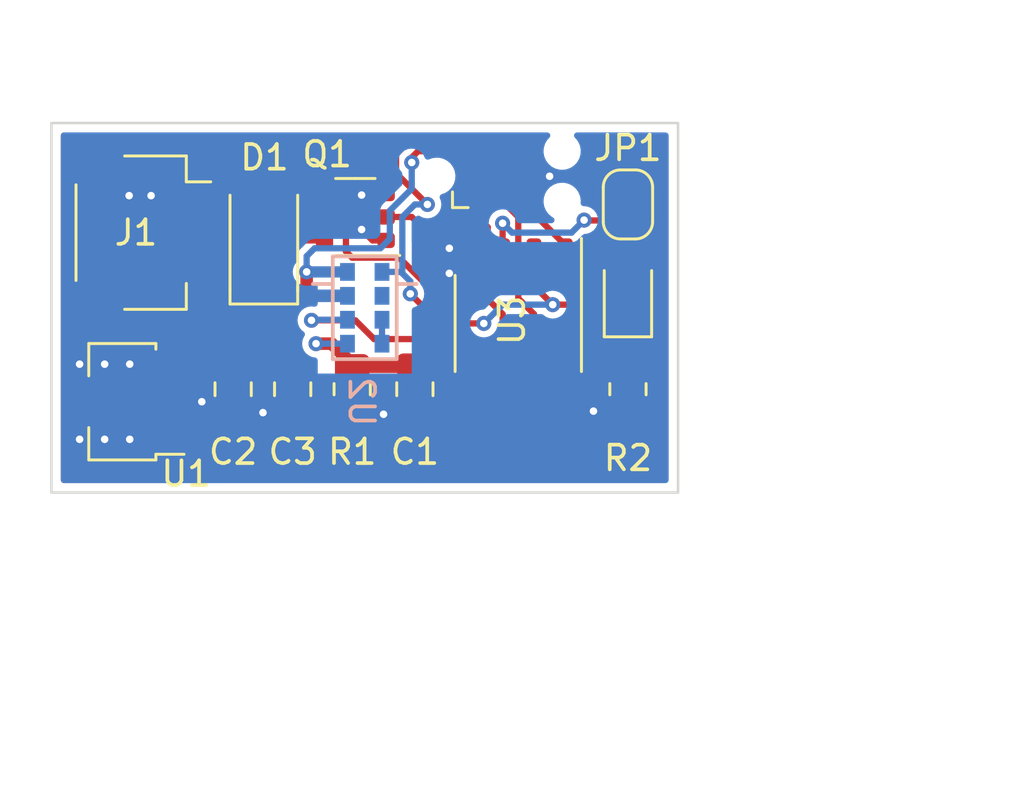
<source format=kicad_pcb>
(kicad_pcb (version 20211014) (generator pcbnew)
  (layers (0 "F.Cu" signal) (31 "B.Cu" signal) (34 "B.Paste" user) (35 "F.Paste" user) (36 "B.SilkS" user "B.Silkscreen") (37 "F.SilkS" user "F.Silkscreen") (38 "B.Mask" user) (39 "F.Mask" user) (44 "Edge.Cuts" user))
  (net 0 "")
  (net 1 "Net-(C1-Pad1)")
  (net 2 "GND")
  (net 3 "Net-(C2-Pad1)")
  (net 4 "Net-(D1-Pad2)")
  (net 5 "Net-(D2-Pad1)")
  (net 6 "Net-(D2-Pad2)")
  (net 7 "Net-(J1-Pad3)")
  (net 8 "Net-(J1-Pad4)")
  (net 9 "Net-(J2-Pad1)")
  (net 10 "Net-(J2-Pad2)")
  (net 11 "Net-(J2-Pad3)")
  (net 12 "Net-(J2-Pad4)")
  (net 13 "Net-(J2-Pad5)")
  (net 14 "Net-(JP1-Pad1)")
  (net 16 "Net-(U2-Pad5)")
  (footprint "LED_SMD:LED_0805_2012Metric" (layer "F.Cu") (at 48.768 183.769 90)
    (fp_text reference "D2" hide)
    (fp_text value "RED LED")
    (fp_line (start -1.685 0.96) (end 1 0.96) (layer "F.SilkS") (width 0.12))
    (fp_line (start -1.685 -0.96) (end -1.685 0.96) (layer "F.SilkS") (width 0.12))
    (fp_line (start 1 -0.96) (end -1.685 -0.96) (layer "F.SilkS") (width 0.12))
    (pad "1" smd roundrect (at -0.9375 0 90) (size 0.975 1.4) (layers "F.Cu" "F.Paste" "F.Mask") (net 5 "Net-(D2-Pad1)"))
    (pad "2" smd roundrect (at 0.9375 0 90) (size 0.975 1.4) (layers "F.Cu" "F.Paste" "F.Mask") (net 6 "Net-(D2-Pad2)"))
  )
  (footprint "Jumper:SolderJumper-2_P1.3mm_Open_RoundedPad1.0x1.5mm" (layer "F.Cu") (at 48.768 180.086 90)
    (fp_text reference "JP1" (at 2.286 0 180) (layer "F.SilkS"))
    (fp_text value "SolderJumper_2_Open")
    (fp_line (start 1.4 -0.3) (end 1.4 0.3) (layer "F.SilkS") (width 0.12))
    (fp_line (start -0.7 -1) (end 0.7 -1) (layer "F.SilkS") (width 0.12))
    (fp_line (start 0.7 1) (end -0.7 1) (layer "F.SilkS") (width 0.12))
    (fp_line (start -1.4 0.3) (end -1.4 -0.3) (layer "F.SilkS") (width 0.12))
    (fp_arc (start -1.4 -0.3) (mid -1.194975 -0.794975) (end -0.7 -1) (layer "F.SilkS") (width 0.12))
    (fp_arc (start 1.4 0.3) (mid 1.194975 0.794975) (end 0.7 1) (layer "F.SilkS") (width 0.12))
    (fp_arc (start -0.7 1) (mid -1.194975 0.794975) (end -1.4 0.3) (layer "F.SilkS") (width 0.12))
    (fp_arc (start 0.7 -1) (mid 1.194975 -0.794975) (end 1.4 -0.3) (layer "F.SilkS") (width 0.12))
    (pad "1" smd custom (at -0.65 0 90) (size 1 0.5) (layers "F.Cu" "F.Mask") (net 14 "Net-(JP1-Pad1)") (options (clearance outline) (anchor rect)) (primitives (gr_circle (center 0 0.25) (end 0.5 0.25) (width 0) (fill yes)) (gr_circle (center 0 -0.25) (end 0.5 -0.25) (width 0) (fill yes)) (gr_poly (pts (xy 0.5 0.75) (xy 0 0.75) (xy 0 -0.75) (xy 0.5 -0.75)) (width 0) (fill yes))))
    (pad "2" smd custom (at 0.65 0 90) (size 1 0.5) (layers "F.Cu" "F.Mask") (net 2 "GND") (options (clearance outline) (anchor rect)) (primitives (gr_circle (center 0 0.25) (end 0.5 0.25) (width 0) (fill yes)) (gr_circle (center 0 -0.25) (end 0.5 -0.25) (width 0) (fill yes)) (gr_poly (pts (xy 0 0.75) (xy -0.5 0.75) (xy -0.5 -0.75) (xy 0 -0.75)) (width 0) (fill yes))))
  )
  (footprint "Connector:Tag-Connect_TC2030-IDC-NL_2x03_P1.27mm_Vertical" (layer "F.Cu") (at 43.561 178.943)
    (fp_text reference "J2" hide)
    (fp_text value "AVR-ISP")
    (fp_line (start -1.27 1.27) (end -1.905 1.27) (layer "F.SilkS") (width 0.12))
    (fp_line (start -1.905 1.27) (end -1.905 0.635) (layer "F.SilkS") (width 0.12))
    (pad "" np_thru_hole circle (at 2.54 1.016) (size 0.9906 0.9906) (drill 0.9906) (layers *.Cu *.Mask))
    (pad "" np_thru_hole circle (at -2.54 0) (size 0.9906 0.9906) (drill 0.9906) (layers *.Cu *.Mask))
    (pad "" np_thru_hole circle (at 2.54 -1.016) (size 0.9906 0.9906) (drill 0.9906) (layers *.Cu *.Mask))
    (pad "1" connect circle (at -1.27 0.635) (size 0.7874 0.7874) (layers "F.Cu" "F.Mask") (net 9 "Net-(J2-Pad1)"))
    (pad "2" connect circle (at -1.27 -0.635) (size 0.7874 0.7874) (layers "F.Cu" "F.Mask") (net 10 "Net-(J2-Pad2)"))
    (pad "3" connect circle (at 0 0.635) (size 0.7874 0.7874) (layers "F.Cu" "F.Mask") (net 11 "Net-(J2-Pad3)"))
    (pad "4" connect circle (at 0 -0.635) (size 0.7874 0.7874) (layers "F.Cu" "F.Mask") (net 12 "Net-(J2-Pad4)"))
    (pad "5" connect circle (at 1.27 0.635) (size 0.7874 0.7874) (layers "F.Cu" "F.Mask") (net 13 "Net-(J2-Pad5)"))
    (pad "6" connect circle (at 1.27 -0.635) (size 0.7874 0.7874) (layers "F.Cu" "F.Mask") (net 2 "GND"))
    (zone (net 0) (net_name "") (layer "F.Cu") (connect_pads (clearance 0)) (min_thickness 0.254)
      (keepout (tracks allowed) (vias not_allowed) (pads allowed) (copperpour not_allowed) (footprints not_allowed))
      (fill (thermal_gap 0.508) (thermal_bridge_width 0.508))
      (polygon (pts (xy 44.831 178.308) (xy 42.291 178.308) (xy 42.291 179.578) (xy 44.831 179.578)))
    )
  )
  (footprint "Package_SO:SOIC-8_3.9x4.9mm_P1.27mm" (layer "F.Cu") (at 44.323 184.912 -90)
    (fp_text reference "U3" (at -0.127 0.254 90) (layer "F.SilkS"))
    (fp_text value "ATtiny13A-SS")
    (fp_line (start 0 -2.56) (end -3.45 -2.56) (layer "F.SilkS") (width 0.12))
    (fp_line (start 0 -2.56) (end 1.95 -2.56) (layer "F.SilkS") (width 0.12))
    (fp_line (start 0 2.56) (end 1.95 2.56) (layer "F.SilkS") (width 0.12))
    (fp_line (start 0 2.56) (end -1.95 2.56) (layer "F.SilkS") (width 0.12))
    (pad "1" smd roundrect (at -2.475 -1.905 270) (size 1.95 0.6) (layers "F.Cu" "F.Paste" "F.Mask") (net 13 "Net-(J2-Pad5)"))
    (pad "2" smd roundrect (at -2.475 -0.635 270) (size 1.95 0.6) (layers "F.Cu" "F.Paste" "F.Mask") (net 6 "Net-(D2-Pad2)"))
    (pad "3" smd roundrect (at -2.475 0.635 270) (size 1.95 0.6) (layers "F.Cu" "F.Paste" "F.Mask") (net 14 "Net-(JP1-Pad1)"))
    (pad "4" smd roundrect (at -2.475 1.905 270) (size 1.95 0.6) (layers "F.Cu" "F.Paste" "F.Mask") (net 2 "GND"))
    (pad "5" smd roundrect (at 2.475 1.905 270) (size 1.95 0.6) (layers "F.Cu" "F.Paste" "F.Mask") (net 12 "Net-(J2-Pad4)"))
    (pad "6" smd roundrect (at 2.475 0.635 270) (size 1.95 0.6) (layers "F.Cu" "F.Paste" "F.Mask") (net 9 "Net-(J2-Pad1)"))
    (pad "7" smd roundrect (at 2.475 -0.635 270) (size 1.95 0.6) (layers "F.Cu" "F.Paste" "F.Mask") (net 11 "Net-(J2-Pad3)"))
    (pad "8" smd roundrect (at 2.475 -1.905 270) (size 1.95 0.6) (layers "F.Cu" "F.Paste" "F.Mask") (net 10 "Net-(J2-Pad2)"))
  )
  (footprint "Capacitor_SMD:C_0805_2012Metric" (layer "F.Cu") (at 32.766 187.579 -90)
    (fp_text reference "C2" (at 2.54 0 180) (layer "F.SilkS"))
    (fp_text value "10uF")
    (fp_line (start -0.261252 -0.735) (end 0.261252 -0.735) (layer "F.SilkS") (width 0.12))
    (fp_line (start -0.261252 0.735) (end 0.261252 0.735) (layer "F.SilkS") (width 0.12))
    (pad "1" smd roundrect (at -0.95 0 270) (size 1 1.45) (layers "F.Cu" "F.Paste" "F.Mask") (net 3 "Net-(C2-Pad1)"))
    (pad "2" smd roundrect (at 0.95 0 270) (size 1 1.45) (layers "F.Cu" "F.Paste" "F.Mask") (net 2 "GND"))
  )
  (footprint "Capacitor_SMD:C_0805_2012Metric" (layer "F.Cu") (at 35.179 187.579 -90)
    (fp_text reference "C3" (at 2.54 0 180) (layer "F.SilkS"))
    (fp_text value "2.2uF")
    (fp_line (start -0.261252 0.735) (end 0.261252 0.735) (layer "F.SilkS") (width 0.12))
    (fp_line (start -0.261252 -0.735) (end 0.261252 -0.735) (layer "F.SilkS") (width 0.12))
    (pad "1" smd roundrect (at -0.95 0 270) (size 1 1.45) (layers "F.Cu" "F.Paste" "F.Mask") (net 10 "Net-(J2-Pad2)"))
    (pad "2" smd roundrect (at 0.95 0 270) (size 1 1.45) (layers "F.Cu" "F.Paste" "F.Mask") (net 2 "GND"))
  )
  (footprint "Resistor_SMD:R_0805_2012Metric" (layer "F.Cu") (at 48.768 187.579 90)
    (fp_text reference "R2" (at -2.794 0 180) (layer "F.SilkS"))
    (fp_text value "1k")
    (fp_line (start -0.227064 0.735) (end 0.227064 0.735) (layer "F.SilkS") (width 0.12))
    (fp_line (start -0.227064 -0.735) (end 0.227064 -0.735) (layer "F.SilkS") (width 0.12))
    (pad "1" smd roundrect (at -0.9125 0 90) (size 1.025 1.4) (layers "F.Cu" "F.Paste" "F.Mask") (roundrect_rratio 0.243902) (net 2 "GND"))
    (pad "2" smd roundrect (at 0.9125 0 90) (size 1.025 1.4) (layers "F.Cu" "F.Paste" "F.Mask") (roundrect_rratio 0.243902) (net 5 "Net-(D2-Pad1)"))
  )
  (footprint "Connector_JST:JST_SH_SM04B-SRSS-TB_1x04-1MP_P1.00mm_Horizontal" (layer "F.Cu") (at 29.083 181.229 -90)
    (fp_text reference "J1" (at 0 0.254 180) (layer "F.SilkS"))
    (fp_text value "SM04B-SRSS")
    (fp_line (start -3.11 0.715) (end -3.11 -1.785) (layer "F.SilkS") (width 0.12))
    (fp_line (start -2.06 -1.785) (end -2.06 -2.775) (layer "F.SilkS") (width 0.12))
    (fp_line (start -3.11 -1.785) (end -2.06 -1.785) (layer "F.SilkS") (width 0.12))
    (fp_line (start 3.11 0.715) (end 3.11 -1.785) (layer "F.SilkS") (width 0.12))
    (fp_line (start 3.11 -1.785) (end 2.06 -1.785) (layer "F.SilkS") (width 0.12))
    (fp_line (start -1.94 2.685) (end 1.94 2.685) (layer "F.SilkS") (width 0.12))
    (pad "1" smd roundrect (at -1.5 -2 270) (size 0.6 1.55) (layers "F.Cu" "F.Paste" "F.Mask") (net 2 "GND"))
    (pad "2" smd roundrect (at -0.5 -2 270) (size 0.6 1.55) (layers "F.Cu" "F.Paste" "F.Mask") (net 4 "Net-(D1-Pad2)"))
    (pad "3" smd roundrect (at 0.5 -2 270) (size 0.6 1.55) (layers "F.Cu" "F.Paste" "F.Mask") (net 7 "Net-(J1-Pad3)"))
    (pad "4" smd roundrect (at 1.5 -2 270) (size 0.6 1.55) (layers "F.Cu" "F.Paste" "F.Mask") (net 8 "Net-(J1-Pad4)"))
    (pad "MP" smd roundrect (at -2.8 1.875 270) (size 1.2 1.8) (layers "F.Cu" "F.Paste" "F.Mask") (roundrect_rratio 0.208333) (net 2 "GND"))
    (pad "MP" smd roundrect (at 2.8 1.875 270) (size 1.2 1.8) (layers "F.Cu" "F.Paste" "F.Mask") (roundrect_rratio 0.208333) (net 2 "GND"))
  )
  (footprint "ISE_Generic:SOT-89-3" (layer "F.Cu") (at 28.575 188.087 180)
    (fp_text reference "U1" (at -2.286 -2.921) (layer "F.SilkS"))
    (fp_text value "AP7381-33Y")
    (fp_line (start 1.66 1.05) (end 1.66 2.36) (layer "F.SilkS") (width 0.12))
    (fp_line (start -2.2 -2.13) (end -1.06 -2.13) (layer "F.SilkS") (width 0.12))
    (fp_line (start -1.06 2.36) (end -1.06 2.13) (layer "F.SilkS") (width 0.12))
    (fp_line (start 1.66 -2.36) (end 1.66 -1.05) (layer "F.SilkS") (width 0.12))
    (fp_line (start -1.06 -2.36) (end -1.06 -2.13) (layer "F.SilkS") (width 0.12))
    (fp_line (start -1.06 -2.36) (end 1.66 -2.36) (layer "F.SilkS") (width 0.12))
    (fp_line (start 1.66 2.36) (end -1.06 2.36) (layer "F.SilkS") (width 0.12))
    (pad "1" smd rect (at -1.65 -1.5 180) (size 1.3 0.55) (layers "F.Cu" "F.Paste" "F.Mask") (net 10 "Net-(J2-Pad2)"))
    (pad "2" smd custom (at -1.5625 0 180) (size 1.475 0.8) (layers "F.Cu" "F.Paste" "F.Mask") (net 2 "GND") (options (clearance outline) (anchor rect)) (primitives (gr_poly (pts (xy 0.7375 -0.4) (xy 1.2625 -0.925) (xy 3.8625 -0.925) (xy 3.8625 0.925) (xy 1.2625 0.925) (xy 0.7375 0.4)) (width 0) (fill yes))))
    (pad "3" smd rect (at -1.65 1.5 180) (size 1.3 0.55) (layers "F.Cu" "F.Paste" "F.Mask") (net 3 "Net-(C2-Pad1)"))
  )
  (footprint "ISE_Generic:TSOP6F" (layer "F.Cu") (at 37.719 180.594 180)
    (fp_text reference "Q1" (at 1.143 2.54 180) (layer "F.SilkS"))
    (fp_text value "SSM6N357R")
    (fp_line (start 0 1.56) (end 0.8 1.56) (layer "F.SilkS") (width 0.12))
    (fp_line (start 0 -1.56) (end 0.8 -1.56) (layer "F.SilkS") (width 0.12))
    (fp_line (start 0 -1.56) (end -1.8 -1.56) (layer "F.SilkS") (width 0.12))
    (fp_line (start 0 1.56) (end -0.8 1.56) (layer "F.SilkS") (width 0.12))
    (pad "1" smd roundrect (at -1.25 -0.95 180) (size 0.7 0.62) (layers "F.Cu" "F.Paste" "F.Mask") (net 2 "GND"))
    (pad "2" smd roundrect (at -1.25 0 180) (size 0.7 0.62) (layers "F.Cu" "F.Paste" "F.Mask") (net 9 "Net-(J2-Pad1)"))
    (pad "3" smd roundrect (at -1.25 0.95 180) (size 0.7 0.62) (layers "F.Cu" "F.Paste" "F.Mask") (net 7 "Net-(J1-Pad3)"))
    (pad "4" smd roundrect (at 1.25 0.95 180) (size 0.7 0.62) (layers "F.Cu" "F.Paste" "F.Mask") (net 2 "GND"))
    (pad "5" smd roundrect (at 1.25 0 180) (size 0.7 0.62) (layers "F.Cu" "F.Paste" "F.Mask") (net 6 "Net-(D2-Pad2)"))
    (pad "6" smd roundrect (at 1.25 -0.95 180) (size 0.7 0.62) (layers "F.Cu" "F.Paste" "F.Mask") (net 8 "Net-(J1-Pad4)"))
  )
  (footprint "Capacitor_SMD:C_0805_2012Metric" (layer "F.Cu") (at 40.132 187.579 -90)
    (fp_text reference "C1" (at 2.54 0) (layer "F.SilkS"))
    (fp_text value "1uF")
    (fp_line (start -0.261252 0.735) (end 0.261252 0.735) (layer "F.SilkS") (width 0.12))
    (fp_line (start -0.261252 -0.735) (end 0.261252 -0.735) (layer "F.SilkS") (width 0.12))
    (pad "1" smd roundrect (at -0.95 0 270) (size 1 1.45) (layers "F.Cu" "F.Paste" "F.Mask") (net 1 "Net-(C1-Pad1)"))
    (pad "2" smd roundrect (at 0.95 0 270) (size 1 1.45) (layers "F.Cu" "F.Paste" "F.Mask") (net 2 "GND"))
  )
  (footprint "Resistor_SMD:R_0805_2012Metric" (layer "F.Cu") (at 37.592 187.579 -90)
    (fp_text reference "R1" (at 2.54 0 180) (layer "F.SilkS"))
    (fp_text value "22")
    (fp_line (start -0.227064 -0.735) (end 0.227064 -0.735) (layer "F.SilkS") (width 0.12))
    (fp_line (start -0.227064 0.735) (end 0.227064 0.735) (layer "F.SilkS") (width 0.12))
    (pad "1" smd roundrect (at -0.9125 0 270) (size 1.025 1.4) (layers "F.Cu" "F.Paste" "F.Mask") (roundrect_rratio 0.243902) (net 1 "Net-(C1-Pad1)"))
    (pad "2" smd roundrect (at 0.9125 0 270) (size 1.025 1.4) (layers "F.Cu" "F.Paste" "F.Mask") (roundrect_rratio 0.243902) (net 10 "Net-(J2-Pad2)"))
  )
  (footprint "ISE_Generic:SOD-123T" (layer "F.Cu") (at 34.036 181.356 90)
    (fp_text reference "D1" (at 3.175 0) (layer "F.SilkS"))
    (fp_text value "CDBM140G")
    (fp_line (start -2.7686 -1.397) (end -2.7686 1.3462) (layer "F.SilkS") (width 0.12))
    (fp_line (start -2.7686 1.3462) (end -2.0574 1.3462) (layer "F.SilkS") (width 0.12))
    (fp_line (start -2.1053 -1.397) (end -2.7715 -1.397) (layer "F.SilkS") (width 0.12))
    (fp_line (start -2.2548 -1.397) (end 1.6452 -1.397) (layer "F.SilkS") (width 0.12))
    (fp_line (start -2.2548 1.3462) (end 1.6452 1.3462) (layer "F.SilkS") (width 0.12))
    (pad "1" smd rect (at -1.65 0 90) (size 1.4 1.9) (layers "F.Cu" "F.Paste" "F.Mask") (net 3 "Net-(C2-Pad1)"))
    (pad "2" smd rect (at 1.65 0 90) (size 1.4 1.9) (layers "F.Cu" "F.Paste" "F.Mask") (net 4 "Net-(D1-Pad2)"))
  )
  (footprint "ISE_Generic:TMD2672" (layer "B.Cu") (at 38.1 184.277 90)
    (fp_text reference "U2" (at -3.81 -0.127 270 unlocked) (layer "B.SilkS") (effects (justify mirror)))
    (fp_text value "TMD2672")
    (fp_line (start 2.032 1.2954) (end -2.0828 1.2954) (layer "B.SilkS") (width 0.1524))
    (fp_line (start 2.0828 -1.2954) (end 2.0828 1.2954) (layer "B.SilkS") (width 0.1524))
    (fp_line (start 0.9652 -2.10185) (end 0.9652 -1.30175) (layer "B.SilkS") (width 0.1524))
    (fp_line (start 0.9652 1.30175) (end 0.9652 2.10185) (layer "B.SilkS") (width 0.1524))
    (fp_line (start 2.0828 -1.2954) (end -2.0828 -1.2954) (layer "B.SilkS") (width 0.1524))
    (fp_line (start -2.0828 1.2573) (end -2.0828 -1.2954) (layer "B.SilkS") (width 0.1524))
    (pad "1" smd rect locked (at -1.455 -0.7 90) (size 0.72 0.6) (layers "B.Cu" "B.Paste" "B.Mask") (net 1 "Net-(C1-Pad1)"))
    (pad "2" smd rect locked (at -0.485 -0.7 90) (size 0.72 0.6) (layers "B.Cu" "B.Paste" "B.Mask") (net 11 "Net-(J2-Pad3)"))
    (pad "3" smd rect locked (at 0.485 -0.7 90) (size 0.72 0.6) (layers "B.Cu" "B.Paste" "B.Mask") (net 2 "GND"))
    (pad "4" smd rect locked (at 1.455 -0.7 90) (size 0.72 0.6) (layers "B.Cu" "B.Paste" "B.Mask") (net 10 "Net-(J2-Pad2)"))
    (pad "5" smd rect locked (at -1.455 0.7 90) (size 0.72 0.6) (layers "B.Cu" "B.Paste" "B.Mask") (net 16 "Net-(U2-Pad5)"))
    (pad "6" smd rect locked (at -0.485 0.7 90) (size 0.72 0.6) (layers "B.Cu" "B.Paste" "B.Mask") (net 16 "Net-(U2-Pad5)"))
    (pad "7" smd rect locked (at 0.485 0.7 90) (size 0.72 0.6) (layers "B.Cu" "B.Paste" "B.Mask"))
    (pad "8" smd rect locked (at 1.455 0.7 90) (size 0.72 0.6) (layers "B.Cu" "B.Paste" "B.Mask") (net 12 "Net-(J2-Pad4)"))
  )
  (gr_rect (start 25.4 176.784) (end 50.8 191.77) (layer "Edge.Cuts") (width 0.1) (fill none))
  (segment (start 37.592 186.563) (end 36.761 185.732) (width 0.508) (layer "F.Cu") (net 1))
  (segment (start 37.592 186.6665) (end 40.0945 186.6665) (width 0.508) (layer "F.Cu") (net 1))
  (segment (start 40.0945 186.6665) (end 40.132 186.629) (width 0.508) (layer "F.Cu") (net 1))
  (segment (start 36.761 185.732) (end 36.126 185.732) (width 0.508) (layer "F.Cu") (net 1))
  (segment (start 37.592 186.6665) (end 37.592 186.563) (width 0.508) (layer "F.Cu") (net 1))
  (via (at 36.126 185.732) (size 0.6096) (drill 0.3048) (layers "F.Cu" "B.Cu") (net 1))
  (segment (start 37.4 185.732) (end 36.126 185.732) (width 0.254) (layer "B.Cu") (net 1))
  (segment (start 45.593 178.943) (end 46.863 178.943) (width 0.254) (layer "F.Cu") (net 2))
  (segment (start 28.551 179.729) (end 28.508 179.729) (width 0.508) (layer "F.Cu") (net 2))
  (segment (start 31.083 179.729) (end 29.44 179.729) (width 0.508) (layer "F.Cu") (net 2))
  (segment (start 38.415 181.544) (end 37.973 181.102) (width 0.254) (layer "F.Cu") (net 2))
  (segment (start 30.1375 188.087) (end 31.496 188.087) (width 1.016) (layer "F.Cu") (net 2))
  (segment (start 33.975 188.529) (end 32.766 188.529) (width 1.016) (layer "F.Cu") (net 2))
  (segment (start 31.496 188.087) (end 32.324 188.087) (width 1.016) (layer "F.Cu") (net 2))
  (segment (start 32.324 188.087) (end 32.766 188.529) (width 1.016) (layer "F.Cu") (net 2))
  (segment (start 40.066 188.595) (end 40.132 188.529) (width 0.4572) (layer "F.Cu") (net 2))
  (segment (start 36.53 179.705) (end 36.469 179.644) (width 0.254) (layer "F.Cu") (net 2))
  (segment (start 47.3945 188.4915) (end 47.371 188.468) (width 0.254) (layer "F.Cu") (net 2))
  (segment (start 38.862 188.595) (end 40.066 188.595) (width 0.4572) (layer "F.Cu") (net 2))
  (segment (start 33.086 188.529) (end 32.766 188.529) (width 0.508) (layer "F.Cu") (net 2))
  (segment (start 29.44 179.729) (end 28.551 179.729) (width 0.508) (layer "F.Cu") (net 2))
  (segment (start 45.466 178.943) (end 44.831 178.308) (width 0.254) (layer "F.Cu") (net 2))
  (segment (start 35.626 188.529) (end 35.179 188.529) (width 0.4572) (layer "F.Cu") (net 2))
  (segment (start 37.973 179.705) (end 37.973 181.102) (width 0.254) (layer "F.Cu") (net 2))
  (segment (start 37.973 179.705) (end 36.53 179.705) (width 0.254) (layer "F.Cu") (net 2))
  (segment (start 45.593 178.943) (end 45.466 178.943) (width 0.254) (layer "F.Cu") (net 2))
  (segment (start 38.969 181.544) (end 38.415 181.544) (width 0.254) (layer "F.Cu") (net 2))
  (segment (start 46.863 178.943) (end 47.356 179.436) (width 0.254) (layer "F.Cu") (net 2))
  (segment (start 35.179 188.529) (end 33.975 188.529) (width 1.016) (layer "F.Cu") (net 2))
  (segment (start 47.356 179.436) (end 48.768 179.436) (width 0.254) (layer "F.Cu") (net 2))
  (segment (start 48.768 188.4915) (end 47.3945 188.4915) (width 0.254) (layer "F.Cu") (net 2))
  (segment (start 28.508 179.729) (end 27.208 178.429) (width 0.508) (layer "F.Cu") (net 2))
  (via (at 29.44 179.729) (size 0.6096) (drill 0.3048) (layers "F.Cu" "B.Cu") (net 2))
  (via (at 28.575 189.611) (size 0.6096) (drill 0.3048) (layers "F.Cu" "B.Cu") (net 2))
  (via (at 45.593 178.943) (size 0.6096) (drill 0.3048) (layers "F.Cu" "B.Cu") (net 2))
  (via (at 26.543 189.611) (size 0.6096) (drill 0.3048) (layers "F.Cu" "B.Cu") (net 2))
  (via (at 31.496 188.087) (size 0.6096) (drill 0.3048) (layers "F.Cu" "B.Cu") (net 2))
  (via (at 41.529 181.864) (size 0.6096) (drill 0.3048) (layers "F.Cu" "B.Cu") (net 2))
  (via (at 27.559 186.563) (size 0.6096) (drill 0.3048) (layers "F.Cu" "B.Cu") (net 2))
  (via (at 41.529 182.88) (size 0.6096) (drill 0.3048) (layers "F.Cu" "B.Cu") (net 2))
  (via (at 37.973 179.705) (size 0.6096) (drill 0.3048) (layers "F.Cu" "B.Cu") (net 2))
  (via (at 26.543 186.563) (size 0.6096) (drill 0.3048) (layers "F.Cu" "B.Cu") (net 2))
  (via (at 28.551 179.729) (size 0.6096) (drill 0.3048) (layers "F.Cu" "B.Cu") (net 2))
  (via (at 28.575 186.563) (size 0.6096) (drill 0.3048) (layers "F.Cu" "B.Cu") (net 2))
  (via (at 33.975 188.529) (size 0.6096) (drill 0.3048) (layers "F.Cu" "B.Cu") (net 2))
  (via (at 27.559 189.611) (size 0.6096) (drill 0.3048) (layers "F.Cu" "B.Cu") (net 2))
  (via (at 47.371 188.468) (size 0.6096) (drill 0.3048) (layers "F.Cu" "B.Cu") (net 2))
  (via (at 38.862 188.595) (size 0.6096) (drill 0.3048) (layers "F.Cu" "B.Cu") (net 2))
  (via (at 37.973 181.102) (size 0.6096) (drill 0.3048) (layers "F.Cu" "B.Cu") (net 2))
  (segment (start 37.4 183.792) (end 35.456 183.792) (width 0.508) (layer "B.Cu") (net 2))
  (segment (start 31.393 186.587) (end 31.393 185.649) (width 1.016) (layer "F.Cu") (net 3))
  (segment (start 31.393 185.649) (end 34.036 183.006) (width 1.016) (layer "F.Cu") (net 3))
  (segment (start 30.225 186.587) (end 31.393 186.587) (width 1.016) (layer "F.Cu") (net 3))
  (segment (start 31.393 186.587) (end 32.724 186.587) (width 1.016) (layer "F.Cu") (net 3))
  (segment (start 30.267 186.629) (end 30.225 186.587) (width 0.508) (layer "F.Cu") (net 3))
  (segment (start 32.724 186.587) (end 32.766 186.629) (width 1.016) (layer "F.Cu") (net 3))
  (segment (start 31.083 180.729) (end 31.742 180.729) (width 0.508) (layer "F.Cu") (net 4))
  (segment (start 31.742 180.729) (end 32.765 179.706) (width 0.508) (layer "F.Cu") (net 4))
  (segment (start 32.765 179.706) (end 34.036 179.706) (width 0.508) (layer "F.Cu") (net 4))
  (segment (start 48.768 184.7065) (end 48.768 186.6665) (width 0.254) (layer "F.Cu") (net 5))
  (segment (start 47.244 184.15) (end 45.72 184.15) (width 0.254) (layer "F.Cu") (net 6))
  (segment (start 44.958 183.388) (end 44.958 182.437) (width 0.254) (layer "F.Cu") (net 6))
  (segment (start 37.592 182.245) (end 37.338 181.991) (width 0.254) (layer "F.Cu") (net 6))
  (segment (start 48.5625 182.8315) (end 47.244 184.15) (width 0.254) (layer "F.Cu") (net 6))
  (segment (start 37.338 181.991) (end 37.338 180.848) (width 0.254) (layer "F.Cu") (net 6))
  (segment (start 42.926 184.912) (end 42.164 184.912) (width 0.254) (layer "F.Cu") (net 6))
  (segment (start 37.338 180.848) (end 37.084 180.594) (width 0.254) (layer "F.Cu") (net 6))
  (segment (start 39.497 182.245) (end 37.592 182.245) (width 0.254) (layer "F.Cu") (net 6))
  (segment (start 37.084 180.594) (end 36.469 180.594) (width 0.254) (layer "F.Cu") (net 6))
  (segment (start 42.164 184.912) (end 39.497 182.245) (width 0.254) (layer "F.Cu") (net 6))
  (segment (start 48.768 182.8315) (end 48.5625 182.8315) (width 0.254) (layer "F.Cu") (net 6))
  (segment (start 45.72 184.15) (end 44.958 183.388) (width 0.254) (layer "F.Cu") (net 6))
  (via (at 42.926 184.912) (size 0.6096) (drill 0.3048) (layers "F.Cu" "B.Cu") (net 6))
  (via (at 45.72 184.15) (size 0.6096) (drill 0.3048) (layers "F.Cu" "B.Cu") (net 6))
  (segment (start 45.72 184.15) (end 43.688 184.15) (width 0.254) (layer "B.Cu") (net 6))
  (segment (start 43.688 184.15) (end 42.926 184.912) (width 0.254) (layer "B.Cu") (net 6))
  (segment (start 35.56 180.594) (end 35.306 180.848) (width 0.254) (layer "F.Cu") (net 7))
  (segment (start 31.885 181.729) (end 31.083 181.729) (width 0.254) (layer "F.Cu") (net 7))
  (segment (start 35.306 180.848) (end 32.766 180.848) (width 0.254) (layer "F.Cu") (net 7))
  (segment (start 38.481 178.689) (end 35.941 178.689) (width 0.254) (layer "F.Cu") (net 7))
  (segment (start 32.766 180.848) (end 31.885 181.729) (width 0.254) (layer "F.Cu") (net 7))
  (segment (start 35.941 178.689) (end 35.56 179.07) (width 0.254) (layer "F.Cu") (net 7))
  (segment (start 35.56 179.07) (end 35.56 180.594) (width 0.254) (layer "F.Cu") (net 7))
  (segment (start 38.969 179.177) (end 38.481 178.689) (width 0.254) (layer "F.Cu") (net 7))
  (segment (start 38.969 179.644) (end 38.969 179.177) (width 0.254) (layer "F.Cu") (net 7))
  (segment (start 36.469 181.544) (end 33.213 181.544) (width 0.254) (layer "F.Cu") (net 8))
  (segment (start 32.028 182.729) (end 31.083 182.729) (width 0.254) (layer "F.Cu") (net 8))
  (segment (start 33.213 181.544) (end 32.028 182.729) (width 0.254) (layer "F.Cu") (net 8))
  (segment (start 42.672 180.594) (end 42.418 180.594) (width 0.254) (layer "F.Cu") (net 9))
  (segment (start 42.291 179.578) (end 42.291 180.594) (width 0.254) (layer "F.Cu") (net 9))
  (segment (start 41.275 180.848) (end 41.529 180.594) (width 0.254) (layer "F.Cu") (net 9))
  (segment (start 43.688 184.531) (end 43.0832 183.9262) (width 0.254) (layer "F.Cu") (net 9))
  (segment (start 41.529 180.594) (end 42.418 180.594) (width 0.254) (layer "F.Cu") (net 9))
  (segment (start 42.418 180.594) (end 42.291 180.594) (width 0.254) (layer "F.Cu") (net 9))
  (segment (start 43.688 187.387) (end 43.688 184.531) (width 0.254) (layer "F.Cu") (net 9))
  (segment (start 43.0832 181.0052) (end 42.672 180.594) (width 0.254) (layer "F.Cu") (net 9))
  (segment (start 40.259 180.848) (end 41.275 180.848) (width 0.254) (layer "F.Cu") (net 9))
  (segment (start 43.0832 183.9262) (end 43.0832 181.0052) (width 0.254) (layer "F.Cu") (net 9))
  (segment (start 40.005 180.594) (end 40.259 180.848) (width 0.254) (layer "F.Cu") (net 9))
  (segment (start 38.969 180.594) (end 40.005 180.594) (width 0.254) (layer "F.Cu") (net 9))
  (segment (start 35.745 182.822) (end 35.745 183.711) (width 0.508) (layer "F.Cu") (net 10))
  (segment (start 35.179 186.629) (end 34.986 186.629) (width 0.508) (layer "F.Cu") (net 10))
  (segment (start 35.372 186.629) (end 36.322 187.579) (width 0.4572) (layer "F.Cu") (net 10))
  (segment (start 35.052 186.502) (end 35.179 186.629) (width 0.508) (layer "F.Cu") (net 10))
  (segment (start 35.3435 186.629) (end 35.306 186.6665) (width 0.254) (layer "F.Cu") (net 10))
  (segment (start 36.322 187.579) (end 36.322 190.246) (width 0.4572) (layer "F.Cu") (net 10))
  (segment (start 40.259 177.927) (end 41.91 177.927) (width 0.254) (layer "F.Cu") (net 10))
  (segment (start 35.745 183.711) (end 35.052 184.404) (width 0.508) (layer "F.Cu") (net 10))
  (segment (start 40.005 178.181) (end 40.259 177.927) (width 0.254) (layer "F.Cu") (net 10))
  (segment (start 37.592 190.119) (end 37.465 190.246) (width 0.508) (layer "F.Cu") (net 10))
  (segment (start 40.005 178.3842) (end 40.005 178.181) (width 0.254) (layer "F.Cu") (net 10))
  (segment (start 41.91 177.927) (end 42.291 178.308) (width 0.254) (layer "F.Cu") (net 10))
  (segment (start 35.052 190.246) (end 36.322 190.246) (width 1.016) (layer "F.Cu") (net 10))
  (segment (start 35.179 190.119) (end 35.052 190.246) (width 0.508) (layer "F.Cu") (net 10))
  (segment (start 31.218 189.587) (end 31.877 190.246) (width 1.016) (layer "F.Cu") (net 10))
  (segment (start 37.592 188.4915) (end 37.592 190.119) (width 0.508) (layer "F.Cu") (net 10))
  (segment (start 45.847 190.246) (end 46.228 189.865) (width 1.016) (layer "F.Cu") (net 10))
  (segment (start 46.228 189.865) (end 46.228 188.149) (width 1.016) (layer "F.Cu") (net 10))
  (segment (start 35.052 184.404) (end 35.052 186.502) (width 0.508) (layer "F.Cu") (net 10))
  (segment (start 36.322 190.246) (end 37.465 190.246) (width 1.016) (layer "F.Cu") (net 10))
  (segment (start 31.877 190.246) (end 35.052 190.246) (width 1.016) (layer "F.Cu") (net 10))
  (segment (start 35.179 186.629) (end 35.372 186.629) (width 0.4572) (layer "F.Cu") (net 10))
  (segment (start 30.225 189.587) (end 31.218 189.587) (width 1.016) (layer "F.Cu") (net 10))
  (segment (start 37.465 190.246) (end 45.847 190.246) (width 1.016) (layer "F.Cu") (net 10))
  (via (at 40.005 178.3842) (size 0.6096) (drill 0.3048) (layers "F.Cu" "B.Cu") (net 10))
  (via (at 35.745 182.822) (size 0.6096) (drill 0.3048) (layers "F.Cu" "B.Cu") (net 10))
  (segment (start 40.005 178.3842) (end 40.005 179.451) (width 0.254) (layer "B.Cu") (net 10))
  (segment (start 38.735 181.864) (end 36.068 181.864) (width 0.254) (layer "B.Cu") (net 10))
  (segment (start 39.116 180.34) (end 39.116 181.483) (width 0.254) (layer "B.Cu") (net 10))
  (segment (start 35.745 182.822) (end 37.4 182.822) (width 0.4572) (layer "B.Cu") (net 10))
  (segment (start 40.005 179.451) (end 39.116 180.34) (width 0.254) (layer "B.Cu") (net 10))
  (segment (start 39.116 181.483) (end 38.735 181.864) (width 0.254) (layer "B.Cu") (net 10))
  (segment (start 35.745 182.187) (end 35.745 182.822) (width 0.254) (layer "B.Cu") (net 10))
  (segment (start 36.068 181.864) (end 35.745 182.187) (width 0.254) (layer "B.Cu") (net 10))
  (segment (start 44.577 189.23) (end 44.958 188.849) (width 0.254) (layer "F.Cu") (net 11))
  (segment (start 35.941 184.785) (end 37.719 184.785) (width 0.254) (layer "F.Cu") (net 11))
  (segment (start 44.323 180.594) (end 43.561 179.832) (width 0.254) (layer "F.Cu") (net 11))
  (segment (start 43.561 179.832) (end 43.561 179.578) (width 0.254) (layer "F.Cu") (net 11))
  (segment (start 38.481 185.547) (end 40.559606 185.547) (width 0.254) (layer "F.Cu") (net 11))
  (segment (start 41.529 188.976) (end 41.783 189.23) (width 0.254) (layer "F.Cu") (net 11))
  (segment (start 44.958 187.387) (end 44.958 184.531) (width 0.254) (layer "F.Cu") (net 11))
  (segment (start 44.323 183.896) (end 44.323 180.594) (width 0.254) (layer "F.Cu") (net 11))
  (segment (start 44.958 184.531) (end 44.323 183.896) (width 0.254) (layer "F.Cu") (net 11))
  (segment (start 37.719 184.785) (end 38.481 185.547) (width 0.254) (layer "F.Cu") (net 11))
  (segment (start 40.559606 185.547) (end 41.529 186.516394) (width 0.254) (layer "F.Cu") (net 11))
  (segment (start 44.958 188.849) (end 44.958 187.387) (width 0.254) (layer "F.Cu") (net 11))
  (segment (start 41.783 189.23) (end 44.577 189.23) (width 0.254) (layer "F.Cu") (net 11))
  (segment (start 41.529 186.516394) (end 41.529 188.976) (width 0.254) (layer "F.Cu") (net 11))
  (via (at 35.941 184.785) (size 0.6096) (drill 0.3048) (layers "F.Cu" "B.Cu") (net 11))
  (segment (start 35.964 184.762) (end 35.941 184.785) (width 0.254) (layer "B.Cu") (net 11))
  (segment (start 37.4 184.762) (end 35.964 184.762) (width 0.254) (layer "B.Cu") (net 11))
  (segment (start 42.418 186.182) (end 42.418 187.387) (width 0.254) (layer "F.Cu") (net 12))
  (segment (start 42.7482 177.4952) (end 39.9288 177.4952) (width 0.254) (layer "F.Cu") (net 12))
  (segment (start 43.561 178.308) (end 42.7482 177.4952) (width 0.254) (layer "F.Cu") (net 12))
  (segment (start 39.9288 177.4952) (end 39.37 178.054) (width 0.254) (layer "F.Cu") (net 12))
  (segment (start 39.947 183.711) (end 42.418 186.182) (width 0.254) (layer "F.Cu") (net 12))
  (segment (start 39.37 178.816) (end 40.64 180.086) (width 0.254) (layer "F.Cu") (net 12))
  (segment (start 39.37 178.054) (end 39.37 178.816) (width 0.254) (layer "F.Cu") (net 12))
  (via (at 39.947 183.711) (size 0.6096) (drill 0.3048) (layers "F.Cu" "B.Cu") (net 12))
  (via (at 40.64 180.086) (size 0.6096) (drill 0.3048) (layers "F.Cu" "B.Cu") (net 12))
  (segment (start 40.132 180.086) (end 39.624 180.594) (width 0.254) (layer "B.Cu") (net 12))
  (segment (start 39.624 180.594) (end 39.624 182.88) (width 0.254) (layer "B.Cu") (net 12))
  (segment (start 39.566 182.822) (end 39.947 183.203) (width 0.254) (layer "B.Cu") (net 12))
  (segment (start 40.64 180.086) (end 40.132 180.086) (width 0.254) (layer "B.Cu") (net 12))
  (segment (start 38.8 182.822) (end 39.566 182.822) (width 0.254) (layer "B.Cu") (net 12))
  (segment (start 39.947 183.203) (end 39.947 183.711) (width 0.254) (layer "B.Cu") (net 12))
  (segment (start 46.228 181.737) (end 46.228 182.437) (width 0.254) (layer "F.Cu") (net 13))
  (segment (start 44.831 179.578) (end 44.831 180.34) (width 0.254) (layer "F.Cu") (net 13))
  (segment (start 44.831 180.34) (end 46.228 181.737) (width 0.254) (layer "F.Cu") (net 13))
  (segment (start 46.99 180.721) (end 47.005 180.736) (width 0.254) (layer "F.Cu") (net 14))
  (segment (start 43.688 182.437) (end 43.688 180.848) (width 0.254) (layer "F.Cu") (net 14))
  (segment (start 47.005 180.736) (end 48.768 180.736) (width 0.254) (layer "F.Cu") (net 14))
  (via (at 43.688 180.848) (size 0.6096) (drill 0.3048) (layers "F.Cu" "B.Cu") (net 14))
  (via (at 46.99 180.721) (size 0.6096) (drill 0.3048) (layers "F.Cu" "B.Cu") (net 14))
  (segment (start 46.482 181.229) (end 44.069 181.229) (width 0.254) (layer "B.Cu") (net 14))
  (segment (start 44.069 181.229) (end 43.688 180.848) (width 0.254) (layer "B.Cu") (net 14))
  (segment (start 46.99 180.721) (end 46.482 181.229) (width 0.254) (layer "B.Cu") (net 14))
  (segment (start 38.8 184.762) (end 38.8 185.732) (width 0.254) (layer "B.Cu") (net 16))
  (zone (net 2) (net_name "GND") (layer "F.Cu") (connect_pads yes (clearance 0.254)) (min_thickness 0.254) (fill yes (thermal_gap 0.508) (thermal_bridge_width 0.508))
    (polygon (pts (xy 42.799 183.642) (xy 41.021 183.642) (xy 41.021 181.229) (xy 42.799 181.229)))
  )
  (zone (net 2) (net_name "GND") (layer "F.Cu") (connect_pads yes (clearance 0.254)) (min_thickness 0.254) (fill yes (thermal_gap 0.508) (thermal_bridge_width 0.508))
    (polygon (pts (xy 29.972 191.389) (xy 25.781 191.389) (xy 25.781 177.165) (xy 29.972 177.165)))
  )
  (zone (net 2) (net_name "GND") (layer "B.Cu") (connect_pads yes (clearance 0.254)) (min_thickness 0.254) (fill yes (thermal_gap 0.508) (thermal_bridge_width 0.508))
    (polygon (pts (xy 40.386 191.389) (xy 35.814 191.389) (xy 35.814 186.944) (xy 40.386 186.944)))
  )
  (zone (net 2) (net_name "GND") (layer "B.Cu") (connect_pads yes (clearance 0.254)) (min_thickness 0.254) (fill yes (thermal_gap 0.508) (thermal_bridge_width 0.508))
    (polygon (pts (xy 36.195 191.389) (xy 25.781 191.389) (xy 25.781 177.165) (xy 36.195 177.165)))
  )
  (zone (net 2) (net_name "GND") (layer "B.Cu") (connect_pads yes (clearance 0.254)) (min_thickness 0.254) (fill yes (thermal_gap 0.508) (thermal_bridge_width 0.508))
    (polygon (pts (xy 40.386 181.61) (xy 35.814 181.61) (xy 35.814 177.165) (xy 40.386 177.165)))
  )
  (zone (net 2) (net_name "GND") (layer "B.Cu") (connect_pads yes (clearance 0.254)) (min_thickness 0.254) (fill yes (thermal_gap 0.508) (thermal_bridge_width 0.508))
    (polygon (pts (xy 50.419 191.389) (xy 40.005 191.389) (xy 40.005 177.165) (xy 50.419 177.165)))
  )
)
</source>
